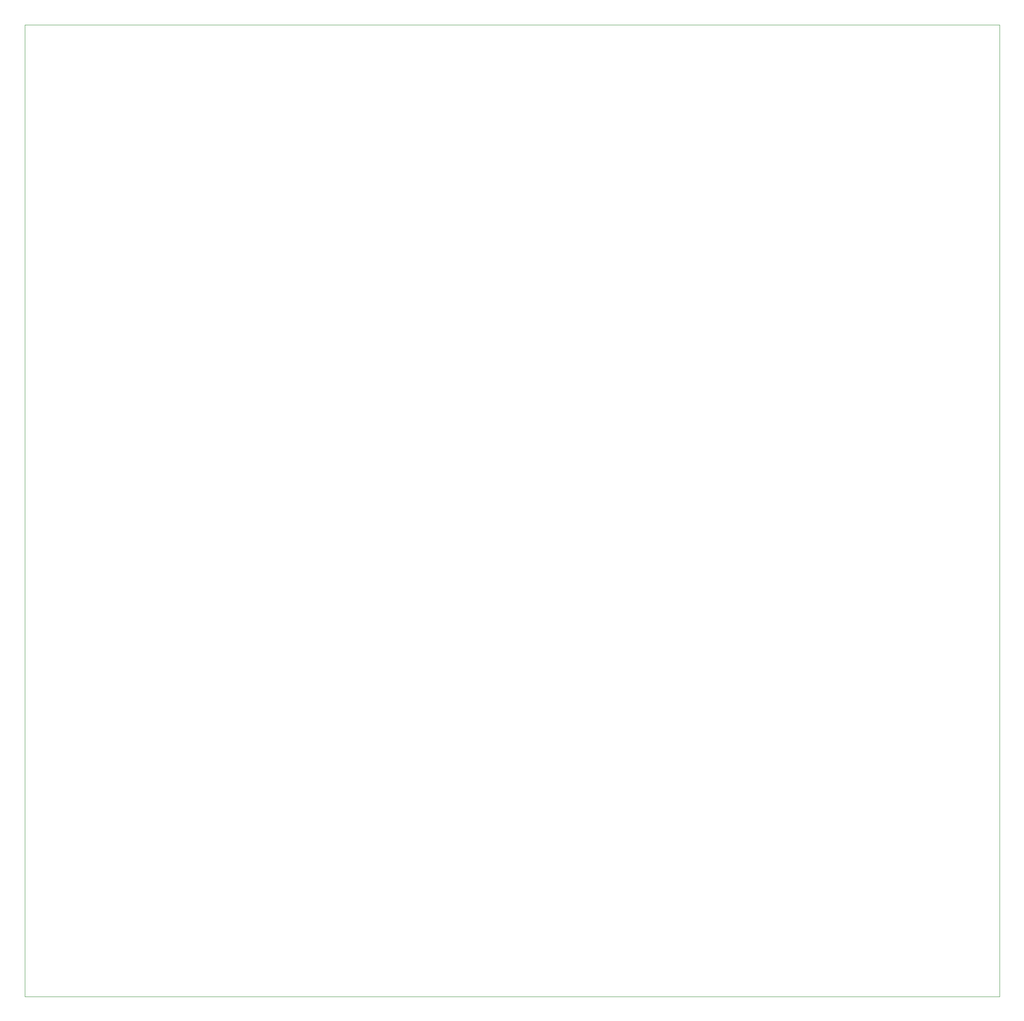
<source format=gbr>
G04 #@! TF.FileFunction,Profile,NP*
%FSLAX46Y46*%
G04 Gerber Fmt 4.6, Leading zero omitted, Abs format (unit mm)*
G04 Created by KiCad (PCBNEW 0.201501251816+5388~20~ubuntu14.04.1-product) date Sat 14 Feb 2015 18:26:02 AEDT*
%MOMM*%
G01*
G04 APERTURE LIST*
%ADD10C,0.100000*%
G04 APERTURE END LIST*
D10*
X296926000Y84582000D02*
X296672000Y84582000D01*
X296926000Y-114300000D02*
X296926000Y84582000D01*
X97536000Y-114300000D02*
X296926000Y-114300000D01*
X97536000Y84582000D02*
X97536000Y-114300000D01*
X296672000Y84582000D02*
X97536000Y84582000D01*
M02*

</source>
